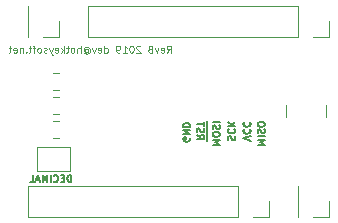
<source format=gbr>
G04 #@! TF.GenerationSoftware,KiCad,Pcbnew,(5.0.0)*
G04 #@! TF.CreationDate,2019-08-14T19:46:56-04:00*
G04 #@! TF.ProjectId,7segment,377365676D656E742E6B696361645F70,B*
G04 #@! TF.SameCoordinates,Original*
G04 #@! TF.FileFunction,Legend,Bot*
G04 #@! TF.FilePolarity,Positive*
%FSLAX46Y46*%
G04 Gerber Fmt 4.6, Leading zero omitted, Abs format (unit mm)*
G04 Created by KiCad (PCBNEW (5.0.0)) date 08/14/19 19:46:56*
%MOMM*%
%LPD*%
G01*
G04 APERTURE LIST*
%ADD10C,0.140000*%
%ADD11C,0.100000*%
%ADD12C,0.120000*%
G04 APERTURE END LIST*
D10*
X75900000Y-47957142D02*
X75928571Y-48014285D01*
X75928571Y-48100000D01*
X75900000Y-48185714D01*
X75842857Y-48242857D01*
X75785714Y-48271428D01*
X75671428Y-48300000D01*
X75585714Y-48300000D01*
X75471428Y-48271428D01*
X75414285Y-48242857D01*
X75357142Y-48185714D01*
X75328571Y-48100000D01*
X75328571Y-48042857D01*
X75357142Y-47957142D01*
X75385714Y-47928571D01*
X75585714Y-47928571D01*
X75585714Y-48042857D01*
X75328571Y-47671428D02*
X75928571Y-47671428D01*
X75328571Y-47328571D01*
X75928571Y-47328571D01*
X75328571Y-47042857D02*
X75928571Y-47042857D01*
X75928571Y-46900000D01*
X75900000Y-46814285D01*
X75842857Y-46757142D01*
X75785714Y-46728571D01*
X75671428Y-46700000D01*
X75585714Y-46700000D01*
X75471428Y-46728571D01*
X75414285Y-46757142D01*
X75357142Y-46814285D01*
X75328571Y-46900000D01*
X75328571Y-47042857D01*
X77364000Y-48214285D02*
X77364000Y-47614285D01*
X76478571Y-47728571D02*
X76764285Y-47928571D01*
X76478571Y-48071428D02*
X77078571Y-48071428D01*
X77078571Y-47842857D01*
X77050000Y-47785714D01*
X77021428Y-47757142D01*
X76964285Y-47728571D01*
X76878571Y-47728571D01*
X76821428Y-47757142D01*
X76792857Y-47785714D01*
X76764285Y-47842857D01*
X76764285Y-48071428D01*
X77364000Y-47614285D02*
X77364000Y-47042857D01*
X76507142Y-47500000D02*
X76478571Y-47414285D01*
X76478571Y-47271428D01*
X76507142Y-47214285D01*
X76535714Y-47185714D01*
X76592857Y-47157142D01*
X76650000Y-47157142D01*
X76707142Y-47185714D01*
X76735714Y-47214285D01*
X76764285Y-47271428D01*
X76792857Y-47385714D01*
X76821428Y-47442857D01*
X76850000Y-47471428D01*
X76907142Y-47500000D01*
X76964285Y-47500000D01*
X77021428Y-47471428D01*
X77050000Y-47442857D01*
X77078571Y-47385714D01*
X77078571Y-47242857D01*
X77050000Y-47157142D01*
X77364000Y-47042857D02*
X77364000Y-46585714D01*
X77078571Y-46985714D02*
X77078571Y-46642857D01*
X76478571Y-46814285D02*
X77078571Y-46814285D01*
X77828571Y-48542857D02*
X78428571Y-48542857D01*
X78000000Y-48342857D01*
X78428571Y-48142857D01*
X77828571Y-48142857D01*
X78428571Y-47742857D02*
X78428571Y-47628571D01*
X78400000Y-47571428D01*
X78342857Y-47514285D01*
X78228571Y-47485714D01*
X78028571Y-47485714D01*
X77914285Y-47514285D01*
X77857142Y-47571428D01*
X77828571Y-47628571D01*
X77828571Y-47742857D01*
X77857142Y-47800000D01*
X77914285Y-47857142D01*
X78028571Y-47885714D01*
X78228571Y-47885714D01*
X78342857Y-47857142D01*
X78400000Y-47800000D01*
X78428571Y-47742857D01*
X77857142Y-47257142D02*
X77828571Y-47171428D01*
X77828571Y-47028571D01*
X77857142Y-46971428D01*
X77885714Y-46942857D01*
X77942857Y-46914285D01*
X78000000Y-46914285D01*
X78057142Y-46942857D01*
X78085714Y-46971428D01*
X78114285Y-47028571D01*
X78142857Y-47142857D01*
X78171428Y-47200000D01*
X78200000Y-47228571D01*
X78257142Y-47257142D01*
X78314285Y-47257142D01*
X78371428Y-47228571D01*
X78400000Y-47200000D01*
X78428571Y-47142857D01*
X78428571Y-47000000D01*
X78400000Y-46914285D01*
X77828571Y-46657142D02*
X78428571Y-46657142D01*
X79157142Y-48171428D02*
X79128571Y-48085714D01*
X79128571Y-47942857D01*
X79157142Y-47885714D01*
X79185714Y-47857142D01*
X79242857Y-47828571D01*
X79300000Y-47828571D01*
X79357142Y-47857142D01*
X79385714Y-47885714D01*
X79414285Y-47942857D01*
X79442857Y-48057142D01*
X79471428Y-48114285D01*
X79500000Y-48142857D01*
X79557142Y-48171428D01*
X79614285Y-48171428D01*
X79671428Y-48142857D01*
X79700000Y-48114285D01*
X79728571Y-48057142D01*
X79728571Y-47914285D01*
X79700000Y-47828571D01*
X79185714Y-47228571D02*
X79157142Y-47257142D01*
X79128571Y-47342857D01*
X79128571Y-47400000D01*
X79157142Y-47485714D01*
X79214285Y-47542857D01*
X79271428Y-47571428D01*
X79385714Y-47600000D01*
X79471428Y-47600000D01*
X79585714Y-47571428D01*
X79642857Y-47542857D01*
X79700000Y-47485714D01*
X79728571Y-47400000D01*
X79728571Y-47342857D01*
X79700000Y-47257142D01*
X79671428Y-47228571D01*
X79128571Y-46971428D02*
X79728571Y-46971428D01*
X79128571Y-46628571D02*
X79471428Y-46885714D01*
X79728571Y-46628571D02*
X79385714Y-46971428D01*
X81028571Y-48200000D02*
X80428571Y-48000000D01*
X81028571Y-47800000D01*
X80485714Y-47257142D02*
X80457142Y-47285714D01*
X80428571Y-47371428D01*
X80428571Y-47428571D01*
X80457142Y-47514285D01*
X80514285Y-47571428D01*
X80571428Y-47600000D01*
X80685714Y-47628571D01*
X80771428Y-47628571D01*
X80885714Y-47600000D01*
X80942857Y-47571428D01*
X81000000Y-47514285D01*
X81028571Y-47428571D01*
X81028571Y-47371428D01*
X81000000Y-47285714D01*
X80971428Y-47257142D01*
X80485714Y-46657142D02*
X80457142Y-46685714D01*
X80428571Y-46771428D01*
X80428571Y-46828571D01*
X80457142Y-46914285D01*
X80514285Y-46971428D01*
X80571428Y-47000000D01*
X80685714Y-47028571D01*
X80771428Y-47028571D01*
X80885714Y-47000000D01*
X80942857Y-46971428D01*
X81000000Y-46914285D01*
X81028571Y-46828571D01*
X81028571Y-46771428D01*
X81000000Y-46685714D01*
X80971428Y-46657142D01*
X81628571Y-48542857D02*
X82228571Y-48542857D01*
X81800000Y-48342857D01*
X82228571Y-48142857D01*
X81628571Y-48142857D01*
X81628571Y-47857142D02*
X82228571Y-47857142D01*
X81657142Y-47600000D02*
X81628571Y-47514285D01*
X81628571Y-47371428D01*
X81657142Y-47314285D01*
X81685714Y-47285714D01*
X81742857Y-47257142D01*
X81800000Y-47257142D01*
X81857142Y-47285714D01*
X81885714Y-47314285D01*
X81914285Y-47371428D01*
X81942857Y-47485714D01*
X81971428Y-47542857D01*
X82000000Y-47571428D01*
X82057142Y-47600000D01*
X82114285Y-47600000D01*
X82171428Y-47571428D01*
X82200000Y-47542857D01*
X82228571Y-47485714D01*
X82228571Y-47342857D01*
X82200000Y-47257142D01*
X82228571Y-46885714D02*
X82228571Y-46771428D01*
X82200000Y-46714285D01*
X82142857Y-46657142D01*
X82028571Y-46628571D01*
X81828571Y-46628571D01*
X81714285Y-46657142D01*
X81657142Y-46714285D01*
X81628571Y-46771428D01*
X81628571Y-46885714D01*
X81657142Y-46942857D01*
X81714285Y-47000000D01*
X81828571Y-47028571D01*
X82028571Y-47028571D01*
X82142857Y-47000000D01*
X82200000Y-46942857D01*
X82228571Y-46885714D01*
D11*
X73949285Y-40771428D02*
X74149285Y-40485714D01*
X74292142Y-40771428D02*
X74292142Y-40171428D01*
X74063571Y-40171428D01*
X74006428Y-40200000D01*
X73977857Y-40228571D01*
X73949285Y-40285714D01*
X73949285Y-40371428D01*
X73977857Y-40428571D01*
X74006428Y-40457142D01*
X74063571Y-40485714D01*
X74292142Y-40485714D01*
X73463571Y-40742857D02*
X73520714Y-40771428D01*
X73635000Y-40771428D01*
X73692142Y-40742857D01*
X73720714Y-40685714D01*
X73720714Y-40457142D01*
X73692142Y-40400000D01*
X73635000Y-40371428D01*
X73520714Y-40371428D01*
X73463571Y-40400000D01*
X73435000Y-40457142D01*
X73435000Y-40514285D01*
X73720714Y-40571428D01*
X73235000Y-40371428D02*
X73092142Y-40771428D01*
X72949285Y-40371428D01*
X72520714Y-40457142D02*
X72435000Y-40485714D01*
X72406428Y-40514285D01*
X72377857Y-40571428D01*
X72377857Y-40657142D01*
X72406428Y-40714285D01*
X72435000Y-40742857D01*
X72492142Y-40771428D01*
X72720714Y-40771428D01*
X72720714Y-40171428D01*
X72520714Y-40171428D01*
X72463571Y-40200000D01*
X72435000Y-40228571D01*
X72406428Y-40285714D01*
X72406428Y-40342857D01*
X72435000Y-40400000D01*
X72463571Y-40428571D01*
X72520714Y-40457142D01*
X72720714Y-40457142D01*
X71692142Y-40228571D02*
X71663571Y-40200000D01*
X71606428Y-40171428D01*
X71463571Y-40171428D01*
X71406428Y-40200000D01*
X71377857Y-40228571D01*
X71349285Y-40285714D01*
X71349285Y-40342857D01*
X71377857Y-40428571D01*
X71720714Y-40771428D01*
X71349285Y-40771428D01*
X70977857Y-40171428D02*
X70920714Y-40171428D01*
X70863571Y-40200000D01*
X70835000Y-40228571D01*
X70806428Y-40285714D01*
X70777857Y-40400000D01*
X70777857Y-40542857D01*
X70806428Y-40657142D01*
X70835000Y-40714285D01*
X70863571Y-40742857D01*
X70920714Y-40771428D01*
X70977857Y-40771428D01*
X71035000Y-40742857D01*
X71063571Y-40714285D01*
X71092142Y-40657142D01*
X71120714Y-40542857D01*
X71120714Y-40400000D01*
X71092142Y-40285714D01*
X71063571Y-40228571D01*
X71035000Y-40200000D01*
X70977857Y-40171428D01*
X70206428Y-40771428D02*
X70549285Y-40771428D01*
X70377857Y-40771428D02*
X70377857Y-40171428D01*
X70435000Y-40257142D01*
X70492142Y-40314285D01*
X70549285Y-40342857D01*
X69920714Y-40771428D02*
X69806428Y-40771428D01*
X69749285Y-40742857D01*
X69720714Y-40714285D01*
X69663571Y-40628571D01*
X69635000Y-40514285D01*
X69635000Y-40285714D01*
X69663571Y-40228571D01*
X69692142Y-40200000D01*
X69749285Y-40171428D01*
X69863571Y-40171428D01*
X69920714Y-40200000D01*
X69949285Y-40228571D01*
X69977857Y-40285714D01*
X69977857Y-40428571D01*
X69949285Y-40485714D01*
X69920714Y-40514285D01*
X69863571Y-40542857D01*
X69749285Y-40542857D01*
X69692142Y-40514285D01*
X69663571Y-40485714D01*
X69635000Y-40428571D01*
X68663571Y-40771428D02*
X68663571Y-40171428D01*
X68663571Y-40742857D02*
X68720714Y-40771428D01*
X68835000Y-40771428D01*
X68892142Y-40742857D01*
X68920714Y-40714285D01*
X68949285Y-40657142D01*
X68949285Y-40485714D01*
X68920714Y-40428571D01*
X68892142Y-40400000D01*
X68835000Y-40371428D01*
X68720714Y-40371428D01*
X68663571Y-40400000D01*
X68149285Y-40742857D02*
X68206428Y-40771428D01*
X68320714Y-40771428D01*
X68377857Y-40742857D01*
X68406428Y-40685714D01*
X68406428Y-40457142D01*
X68377857Y-40400000D01*
X68320714Y-40371428D01*
X68206428Y-40371428D01*
X68149285Y-40400000D01*
X68120714Y-40457142D01*
X68120714Y-40514285D01*
X68406428Y-40571428D01*
X67920714Y-40371428D02*
X67777857Y-40771428D01*
X67635000Y-40371428D01*
X67035000Y-40485714D02*
X67063571Y-40457142D01*
X67120714Y-40428571D01*
X67177857Y-40428571D01*
X67235000Y-40457142D01*
X67263571Y-40485714D01*
X67292142Y-40542857D01*
X67292142Y-40600000D01*
X67263571Y-40657142D01*
X67235000Y-40685714D01*
X67177857Y-40714285D01*
X67120714Y-40714285D01*
X67063571Y-40685714D01*
X67035000Y-40657142D01*
X67035000Y-40428571D02*
X67035000Y-40657142D01*
X67006428Y-40685714D01*
X66977857Y-40685714D01*
X66920714Y-40657142D01*
X66892142Y-40600000D01*
X66892142Y-40457142D01*
X66949285Y-40371428D01*
X67035000Y-40314285D01*
X67149285Y-40285714D01*
X67263571Y-40314285D01*
X67349285Y-40371428D01*
X67406428Y-40457142D01*
X67435000Y-40571428D01*
X67406428Y-40685714D01*
X67349285Y-40771428D01*
X67263571Y-40828571D01*
X67149285Y-40857142D01*
X67035000Y-40828571D01*
X66949285Y-40771428D01*
X66635000Y-40771428D02*
X66635000Y-40171428D01*
X66377857Y-40771428D02*
X66377857Y-40457142D01*
X66406428Y-40400000D01*
X66463571Y-40371428D01*
X66549285Y-40371428D01*
X66606428Y-40400000D01*
X66635000Y-40428571D01*
X66006428Y-40771428D02*
X66063571Y-40742857D01*
X66092142Y-40714285D01*
X66120714Y-40657142D01*
X66120714Y-40485714D01*
X66092142Y-40428571D01*
X66063571Y-40400000D01*
X66006428Y-40371428D01*
X65920714Y-40371428D01*
X65863571Y-40400000D01*
X65835000Y-40428571D01*
X65806428Y-40485714D01*
X65806428Y-40657142D01*
X65835000Y-40714285D01*
X65863571Y-40742857D01*
X65920714Y-40771428D01*
X66006428Y-40771428D01*
X65635000Y-40371428D02*
X65406428Y-40371428D01*
X65549285Y-40171428D02*
X65549285Y-40685714D01*
X65520714Y-40742857D01*
X65463571Y-40771428D01*
X65406428Y-40771428D01*
X65206428Y-40771428D02*
X65206428Y-40171428D01*
X65149285Y-40542857D02*
X64977857Y-40771428D01*
X64977857Y-40371428D02*
X65206428Y-40600000D01*
X64492142Y-40742857D02*
X64549285Y-40771428D01*
X64663571Y-40771428D01*
X64720714Y-40742857D01*
X64749285Y-40685714D01*
X64749285Y-40457142D01*
X64720714Y-40400000D01*
X64663571Y-40371428D01*
X64549285Y-40371428D01*
X64492142Y-40400000D01*
X64463571Y-40457142D01*
X64463571Y-40514285D01*
X64749285Y-40571428D01*
X64263571Y-40371428D02*
X64120714Y-40771428D01*
X63977857Y-40371428D02*
X64120714Y-40771428D01*
X64177857Y-40914285D01*
X64206428Y-40942857D01*
X64263571Y-40971428D01*
X63777857Y-40742857D02*
X63720714Y-40771428D01*
X63606428Y-40771428D01*
X63549285Y-40742857D01*
X63520714Y-40685714D01*
X63520714Y-40657142D01*
X63549285Y-40600000D01*
X63606428Y-40571428D01*
X63692142Y-40571428D01*
X63749285Y-40542857D01*
X63777857Y-40485714D01*
X63777857Y-40457142D01*
X63749285Y-40400000D01*
X63692142Y-40371428D01*
X63606428Y-40371428D01*
X63549285Y-40400000D01*
X63177857Y-40771428D02*
X63235000Y-40742857D01*
X63263571Y-40714285D01*
X63292142Y-40657142D01*
X63292142Y-40485714D01*
X63263571Y-40428571D01*
X63235000Y-40400000D01*
X63177857Y-40371428D01*
X63092142Y-40371428D01*
X63035000Y-40400000D01*
X63006428Y-40428571D01*
X62977857Y-40485714D01*
X62977857Y-40657142D01*
X63006428Y-40714285D01*
X63035000Y-40742857D01*
X63092142Y-40771428D01*
X63177857Y-40771428D01*
X62806428Y-40371428D02*
X62577857Y-40371428D01*
X62720714Y-40771428D02*
X62720714Y-40257142D01*
X62692142Y-40200000D01*
X62635000Y-40171428D01*
X62577857Y-40171428D01*
X62463571Y-40371428D02*
X62235000Y-40371428D01*
X62377857Y-40171428D02*
X62377857Y-40685714D01*
X62349285Y-40742857D01*
X62292142Y-40771428D01*
X62235000Y-40771428D01*
X62035000Y-40714285D02*
X62006428Y-40742857D01*
X62035000Y-40771428D01*
X62063571Y-40742857D01*
X62035000Y-40714285D01*
X62035000Y-40771428D01*
X61749285Y-40371428D02*
X61749285Y-40771428D01*
X61749285Y-40428571D02*
X61720714Y-40400000D01*
X61663571Y-40371428D01*
X61577857Y-40371428D01*
X61520714Y-40400000D01*
X61492142Y-40457142D01*
X61492142Y-40771428D01*
X60977857Y-40742857D02*
X61035000Y-40771428D01*
X61149285Y-40771428D01*
X61206428Y-40742857D01*
X61235000Y-40685714D01*
X61235000Y-40457142D01*
X61206428Y-40400000D01*
X61149285Y-40371428D01*
X61035000Y-40371428D01*
X60977857Y-40400000D01*
X60949285Y-40457142D01*
X60949285Y-40514285D01*
X61235000Y-40571428D01*
X60777857Y-40371428D02*
X60549285Y-40371428D01*
X60692142Y-40171428D02*
X60692142Y-40685714D01*
X60663571Y-40742857D01*
X60606428Y-40771428D01*
X60549285Y-40771428D01*
D10*
X65849285Y-51706428D02*
X65849285Y-51106428D01*
X65706428Y-51106428D01*
X65620714Y-51135000D01*
X65563571Y-51192142D01*
X65535000Y-51249285D01*
X65506428Y-51363571D01*
X65506428Y-51449285D01*
X65535000Y-51563571D01*
X65563571Y-51620714D01*
X65620714Y-51677857D01*
X65706428Y-51706428D01*
X65849285Y-51706428D01*
X65249285Y-51392142D02*
X65049285Y-51392142D01*
X64963571Y-51706428D02*
X65249285Y-51706428D01*
X65249285Y-51106428D01*
X64963571Y-51106428D01*
X64363571Y-51649285D02*
X64392142Y-51677857D01*
X64477857Y-51706428D01*
X64535000Y-51706428D01*
X64620714Y-51677857D01*
X64677857Y-51620714D01*
X64706428Y-51563571D01*
X64735000Y-51449285D01*
X64735000Y-51363571D01*
X64706428Y-51249285D01*
X64677857Y-51192142D01*
X64620714Y-51135000D01*
X64535000Y-51106428D01*
X64477857Y-51106428D01*
X64392142Y-51135000D01*
X64363571Y-51163571D01*
X64106428Y-51706428D02*
X64106428Y-51106428D01*
X63820714Y-51706428D02*
X63820714Y-51106428D01*
X63620714Y-51535000D01*
X63420714Y-51106428D01*
X63420714Y-51706428D01*
X63163571Y-51535000D02*
X62877857Y-51535000D01*
X63220714Y-51706428D02*
X63020714Y-51106428D01*
X62820714Y-51706428D01*
X62335000Y-51706428D02*
X62620714Y-51706428D01*
X62620714Y-51106428D01*
D12*
G04 #@! TO.C,C2*
X64263748Y-47954000D02*
X64786252Y-47954000D01*
X64263748Y-46534000D02*
X64786252Y-46534000D01*
G04 #@! TO.C,RN1*
X87405000Y-46220000D02*
X87405000Y-45220000D01*
X84045000Y-46220000D02*
X84045000Y-45220000D01*
G04 #@! TO.C,JP2*
X62974000Y-50784000D02*
X65774000Y-50784000D01*
X65774000Y-50784000D02*
X65774000Y-48784000D01*
X65774000Y-48784000D02*
X62974000Y-48784000D01*
X62974000Y-48784000D02*
X62974000Y-50784000D01*
G04 #@! TO.C,C1*
X64263748Y-45922000D02*
X64786252Y-45922000D01*
X64263748Y-44502000D02*
X64786252Y-44502000D01*
G04 #@! TO.C,R3*
X64263748Y-43890000D02*
X64786252Y-43890000D01*
X64263748Y-42470000D02*
X64786252Y-42470000D01*
G04 #@! TO.C,J4*
X62170000Y-54670000D02*
X62170000Y-52010000D01*
X80010000Y-54670000D02*
X62170000Y-54670000D01*
X80010000Y-52010000D02*
X62170000Y-52010000D01*
X80010000Y-54670000D02*
X80010000Y-52010000D01*
X81280000Y-54670000D02*
X82610000Y-54670000D01*
X82610000Y-54670000D02*
X82610000Y-53340000D01*
G04 #@! TO.C,J3*
X87690000Y-54670000D02*
X87690000Y-53340000D01*
X86360000Y-54670000D02*
X87690000Y-54670000D01*
X85090000Y-54670000D02*
X85090000Y-52010000D01*
X85090000Y-52010000D02*
X85030000Y-52010000D01*
X85090000Y-54670000D02*
X85030000Y-54670000D01*
X85030000Y-54670000D02*
X85030000Y-52010000D01*
G04 #@! TO.C,J1*
X62170000Y-39430000D02*
X62170000Y-36770000D01*
X62230000Y-39430000D02*
X62170000Y-39430000D01*
X62230000Y-36770000D02*
X62170000Y-36770000D01*
X62230000Y-39430000D02*
X62230000Y-36770000D01*
X63500000Y-39430000D02*
X64830000Y-39430000D01*
X64830000Y-39430000D02*
X64830000Y-38100000D01*
G04 #@! TO.C,J2*
X67250000Y-39430000D02*
X67250000Y-36770000D01*
X85090000Y-39430000D02*
X67250000Y-39430000D01*
X85090000Y-36770000D02*
X67250000Y-36770000D01*
X85090000Y-39430000D02*
X85090000Y-36770000D01*
X86360000Y-39430000D02*
X87690000Y-39430000D01*
X87690000Y-39430000D02*
X87690000Y-38100000D01*
G04 #@! TD*
M02*

</source>
